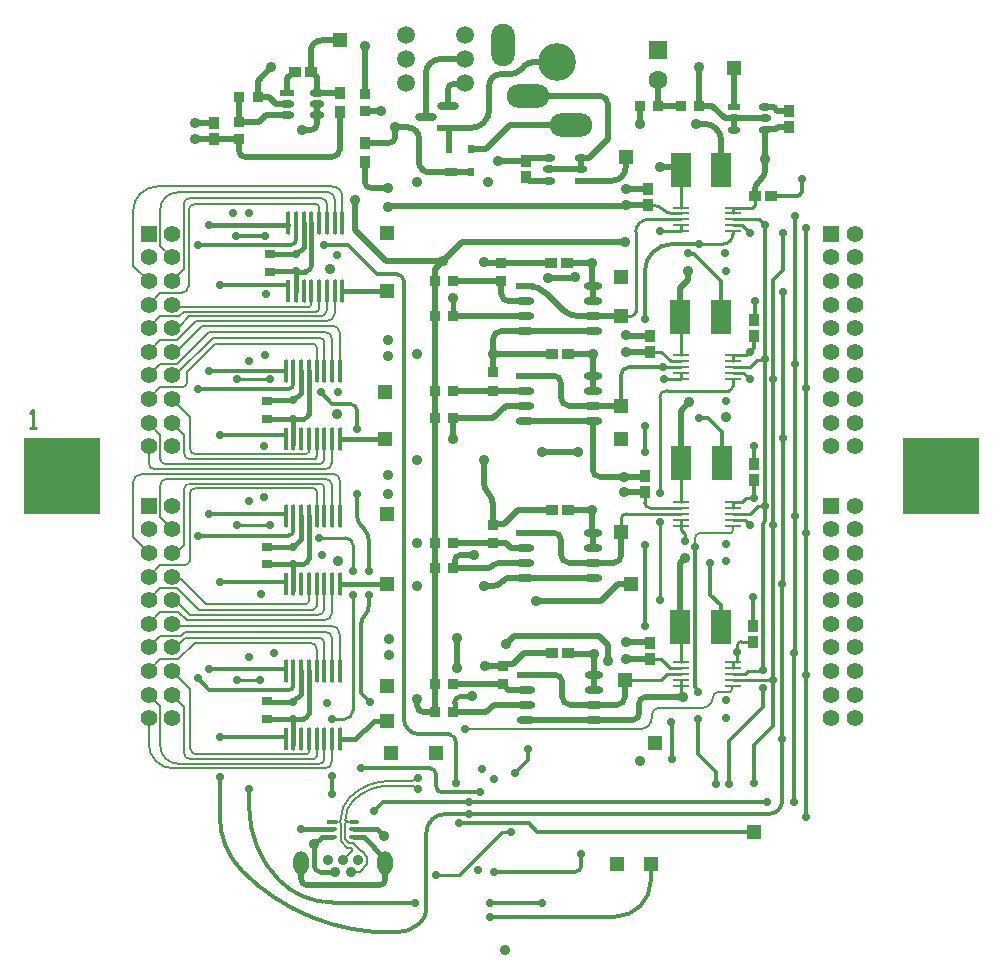
<source format=gtl>
%TF.GenerationSoftware,Altium Limited,Altium Designer,23.3.1 (30)*%
G04 Layer_Physical_Order=1*
G04 Layer_Color=255*
%FSLAX25Y25*%
%MOIN*%
%TF.SameCoordinates,891D3A3A-43D5-49D6-AFC7-0964E08A728C*%
%TF.FilePolarity,Positive*%
%TF.FileFunction,Copper,L1,Top,Signal*%
%TF.Part,Single*%
G01*
G75*
%TA.AperFunction,Conductor*%
%ADD10C,0.01181*%
%ADD11C,0.01968*%
%ADD12C,0.01575*%
%ADD13C,0.00984*%
%ADD14C,0.00787*%
%TA.AperFunction,SMDPad,CuDef*%
%ADD15R,0.02362X0.02756*%
%ADD16R,0.03937X0.02756*%
%ADD17R,0.03381X0.03591*%
%ADD18R,0.03788X0.03681*%
%ADD19O,0.03300X0.01600*%
%ADD20R,0.03300X0.01600*%
%ADD21R,0.05512X0.00984*%
%ADD22O,0.05512X0.00984*%
%ADD23O,0.04724X0.02362*%
%ADD24R,0.04724X0.02362*%
G04:AMPARAMS|DCode=25|XSize=73.79mil|YSize=24.1mil|CornerRadius=12.05mil|HoleSize=0mil|Usage=FLASHONLY|Rotation=180.000|XOffset=0mil|YOffset=0mil|HoleType=Round|Shape=RoundedRectangle|*
%AMROUNDEDRECTD25*
21,1,0.07379,0.00000,0,0,180.0*
21,1,0.04969,0.02410,0,0,180.0*
1,1,0.02410,-0.02485,0.00000*
1,1,0.02410,0.02485,0.00000*
1,1,0.02410,0.02485,0.00000*
1,1,0.02410,-0.02485,0.00000*
%
%ADD25ROUNDEDRECTD25*%
%ADD26R,0.07379X0.02410*%
%ADD27R,0.03500X0.04000*%
%ADD28R,0.03543X0.03150*%
%ADD29R,0.07087X0.11811*%
%ADD30R,0.03591X0.03970*%
%ADD31R,0.03591X0.04166*%
%ADD32R,0.03591X0.03775*%
%ADD33R,0.04166X0.03591*%
%ADD34R,0.01657X0.07699*%
G04:AMPARAMS|DCode=35|XSize=76.99mil|YSize=16.57mil|CornerRadius=8.28mil|HoleSize=0mil|Usage=FLASHONLY|Rotation=90.000|XOffset=0mil|YOffset=0mil|HoleType=Round|Shape=RoundedRectangle|*
%AMROUNDEDRECTD35*
21,1,0.07699,0.00000,0,0,90.0*
21,1,0.06042,0.01657,0,0,90.0*
1,1,0.01657,0.00000,0.03021*
1,1,0.01657,0.00000,-0.03021*
1,1,0.01657,0.00000,-0.03021*
1,1,0.01657,0.00000,0.03021*
%
%ADD35ROUNDEDRECTD35*%
%ADD36R,0.04134X0.02362*%
%ADD37O,0.04134X0.02362*%
%ADD38R,0.03591X0.03381*%
%ADD39O,0.06102X0.02362*%
%ADD40R,0.06102X0.02362*%
%TA.AperFunction,NonConductor*%
%ADD41C,0.01000*%
%TA.AperFunction,ComponentPad*%
%ADD42C,0.03543*%
%ADD43O,0.05118X0.07874*%
%ADD44C,0.05906*%
%ADD45R,0.05118X0.05118*%
%ADD46R,0.06299X0.06299*%
%ADD47C,0.06299*%
%ADD48R,0.25591X0.25591*%
%ADD49C,0.05512*%
%ADD50R,0.05512X0.05512*%
%ADD51C,0.12598*%
%ADD52O,0.14173X0.07874*%
%ADD53O,0.07874X0.14173*%
%ADD54R,0.05118X0.05118*%
%TA.AperFunction,ViaPad*%
%ADD55C,0.02756*%
%ADD56C,0.03543*%
D10*
X37609Y-146949D02*
G03*
X49723Y-134835I0J12113D01*
G01*
X56790Y77264D02*
G03*
X47736Y68210I0J-9054D01*
G01*
X-70177Y77067D02*
G03*
X-68504Y78740I0J1673D01*
G01*
X-70965Y29035D02*
G03*
X-69390Y30610I0J1575D01*
G01*
X-71161Y-19882D02*
G03*
X-69390Y-18110I0J1772D01*
G01*
X-70866Y-71358D02*
G03*
X-69390Y-69882I0J1476D01*
G01*
X-21852Y-99606D02*
G03*
X-24018Y-97441I-2165J0D01*
G01*
X-45768Y-46752D02*
G03*
X-44291Y-43188I-3564J3564D01*
G01*
Y-21570D02*
G03*
X-45972Y-17512I-5739J0D01*
G01*
X-45768Y-46752D02*
G03*
X-46752Y-49128I2376J-2376D01*
G01*
X-21852Y-103543D02*
G03*
X-19884Y-105512I1969J0D01*
G01*
X-48228Y21752D02*
G03*
X-50590Y24114I-2362J0D01*
G01*
X-48228Y-13168D02*
G03*
X-46752Y-16732I5041J0D01*
G01*
X42421Y36220D02*
G03*
X39764Y33563I0J-2657D01*
G01*
X-84153Y-110689D02*
G03*
X-74197Y-134785I34621J200D01*
G01*
X-74197Y-134785D02*
G03*
X-56179Y-142224I17985J18020D01*
G01*
X-15256Y-88583D02*
G03*
X-17717Y-86122I-2461J0D01*
G01*
X-32579Y64862D02*
G03*
X-34843Y67126I-2264J0D01*
G01*
X-32579Y-81004D02*
G03*
X-27461Y-86122I5118J0D01*
G01*
X24596Y-131890D02*
G03*
X26575Y-129911I0J1979D01*
G01*
X89075Y-112697D02*
G03*
X93510Y-108262I0J4435D01*
G01*
X-18799Y-112697D02*
G03*
X-25098Y-118996I0J-6299D01*
G01*
X98524Y93307D02*
G03*
X100000Y94784I0J1476D01*
G01*
X-27268Y-149126D02*
G03*
X-25098Y-144222I-4443J4898D01*
G01*
X-35565Y-152202D02*
G03*
X-35606Y-152202I-21J-1181D01*
G01*
X-35565Y-152202D02*
G03*
X-27271Y-149129I248J12059D01*
G01*
X-86468Y-131777D02*
G03*
X-35611Y-152202I49371J49402D01*
G01*
X-93996Y-113334D02*
G03*
X-86468Y-131777I26394J16D01*
G01*
X49723Y-134835D02*
Y-129331D01*
X49723Y-134835D02*
X49723D01*
X-59055Y76968D02*
X-51378D01*
X-41535Y67126D01*
X56790Y77264D02*
X65945D01*
X-93996Y63484D02*
X-71301D01*
X-71063Y63247D01*
X47736Y-50197D02*
Y-23130D01*
X-14272Y-115847D02*
X8957D01*
X11909Y-118799D01*
X-3937Y-142224D02*
X13287D01*
X-39469Y-108760D02*
X-10830D01*
X-42520Y-111811D02*
X-39469Y-108760D01*
X8747Y-91056D02*
X8760Y-91043D01*
X8747Y-94599D02*
Y-91056D01*
X4429Y-98917D02*
X8747Y-94599D01*
X56693Y-94488D02*
Y-82284D01*
X101378Y29134D02*
Y82677D01*
X-101378Y77067D02*
X-70177D01*
X-101378Y-19882D02*
X-71161D01*
X-101378Y29035D02*
X-70965D01*
X-97441Y-71358D02*
X-70866D01*
X68701Y19193D02*
X73327Y14567D01*
Y4232D02*
Y14567D01*
X65945Y19193D02*
X68701D01*
X-46752Y-97441D02*
X-24018D01*
X-46752Y-72342D02*
Y-49128D01*
Y-72342D02*
X-43799Y-75295D01*
X-44291Y-31791D02*
Y-21570D01*
X-19884Y-105512D02*
X-7382D01*
X-21852Y-103543D02*
Y-99606D01*
X-56398Y24114D02*
X-50590D01*
X-48228Y15748D02*
Y21752D01*
X-46752Y-16732D02*
X-45972Y-17512D01*
X-48228Y-13168D02*
Y-5906D01*
X-3839Y-146949D02*
X37609D01*
X47736Y52165D02*
Y68210D01*
Y7874D02*
Y16732D01*
X42421Y36220D02*
X53937D01*
X39764Y23424D02*
Y33563D01*
X64468Y-70538D02*
X65453Y-71523D01*
X64468Y-70538D02*
Y-23622D01*
X65453Y-71949D02*
Y-71523D01*
Y-92716D02*
Y-81201D01*
Y-92716D02*
X71358Y-98622D01*
X62119Y74102D02*
X63989D01*
X73130Y64961D01*
Y52854D02*
Y64961D01*
X-74197Y-134785D02*
X-74197Y-134785D01*
X101378Y-113681D02*
Y-66437D01*
Y-19193D01*
Y29134D01*
X-56595Y-106004D02*
Y-99902D01*
X-27461Y-86122D02*
X-17717D01*
X-15256Y-102362D02*
Y-88583D01*
X-32579Y-81004D02*
Y64862D01*
X-41535Y67126D02*
X-34843D01*
X-10824Y-108760D02*
X88580D01*
X-18799Y-112697D02*
X-10830D01*
X-10824D02*
X89075D01*
X-2657Y-131890D02*
X24596D01*
X26575Y-129911D02*
Y-125984D01*
X11909Y-118799D02*
X83957D01*
X93510Y-108262D02*
Y-87615D01*
X-84153Y-110689D02*
Y-104331D01*
X-44291Y-43188D02*
Y-39862D01*
X-69390Y-18110D02*
Y-13483D01*
X89673Y93307D02*
X98524D01*
X100000Y94784D02*
Y98917D01*
X82776Y41146D02*
X84243Y42613D01*
Y46735D01*
X-93996Y-113334D02*
Y-100394D01*
X-25098Y-144222D02*
Y-118996D01*
X-27271Y-149129D02*
X-27268Y-149126D01*
X-35611Y-152202D02*
X-35606Y-152202D01*
X-56179Y-142224D02*
X-29035D01*
X93608Y-36124D02*
X93654Y-36077D01*
X93562Y-36170D02*
X93608Y-36124D01*
X93562Y-87564D02*
Y-36170D01*
X97638Y-13484D02*
Y37402D01*
Y-58858D02*
Y-13484D01*
X97539Y-108760D02*
Y-58957D01*
X97638Y-58858D01*
X71358Y-102854D02*
Y-98622D01*
X75787Y-102854D02*
Y-88386D01*
X-93996Y-87106D02*
X-72186D01*
X-93996Y-35433D02*
X-72186D01*
Y13780D02*
X-71949Y13542D01*
X-93996Y13780D02*
X-72186D01*
X-101378Y-67421D02*
X-97441Y-71358D01*
X-72168Y-64468D02*
X-71949Y-64688D01*
Y-65057D02*
Y-64688D01*
X-97441Y-64468D02*
X-72168D01*
X-71949Y-13483D02*
Y-13015D01*
X-72168Y-12795D02*
X-71949Y-13015D01*
X-97441Y-12795D02*
X-72168D01*
X-97439Y34942D02*
X-71949D01*
X-68504Y78740D02*
Y84150D01*
X-88386Y80020D02*
X-78839D01*
X93898Y68504D02*
Y80807D01*
X84252Y-7382D02*
Y-1386D01*
X84153Y-102362D02*
Y-89714D01*
X-60236Y27953D02*
X-56398Y24114D01*
X75787Y-88386D02*
X87106Y-77067D01*
Y-70866D01*
X69587Y-39665D02*
X73130Y-43209D01*
X69587Y-39665D02*
Y-28937D01*
X84153Y-89714D02*
X90551Y-83316D01*
Y-68012D01*
Y-16339D01*
X87106Y-64665D02*
Y-15886D01*
X87795Y-15197D01*
Y-9909D02*
Y38976D01*
Y-15197D02*
Y-9909D01*
X97638Y37402D02*
Y86614D01*
X87746Y39026D02*
Y83612D01*
X90551Y65158D02*
X93898Y68504D01*
X84243Y46735D02*
X84252Y46744D01*
X90551Y32283D02*
Y65158D01*
Y-16339D02*
Y32283D01*
X93654Y12552D02*
X93701Y12598D01*
X93654Y-36077D02*
Y12552D01*
X93701Y12598D02*
Y61417D01*
X73130Y-50492D02*
Y-43209D01*
X84252Y3945D02*
Y9843D01*
X84350Y52173D02*
Y58366D01*
X84252Y52075D02*
X84350Y52173D01*
X83760Y-49894D02*
Y-40354D01*
X-69390Y30610D02*
Y34942D01*
Y-69882D02*
Y-65057D01*
D11*
X-60039Y145177D02*
G03*
X-63673Y141543I0J-3634D01*
G01*
X-10375Y115945D02*
G03*
X-4134Y122186I0J6241D01*
G01*
X73228Y111558D02*
G03*
X67365Y117421I-5863J0D01*
G01*
X-198Y48228D02*
G03*
X-2953Y45472I0J-2755D01*
G01*
X47433Y-394D02*
G03*
X47638Y-189I0J205D01*
G01*
X47736Y-73819D02*
G03*
X45866Y-75689I0J-1870D01*
G01*
X43839Y-81260D02*
G03*
X45866Y-79232I0J2028D01*
G01*
X30283Y2198D02*
G03*
X32874Y-394I2592J0D01*
G01*
X3011Y-33898D02*
G03*
X492Y-34941I0J-3562D01*
G01*
X-3051Y-36713D02*
G03*
X-27Y-35460I0J4277D01*
G01*
X-45669Y98138D02*
G03*
X-43406Y95874I2264J0D01*
G01*
X-3044Y-9151D02*
G03*
X-4429Y-5807I-4729J0D01*
G01*
X-6004Y-2005D02*
G03*
X-4429Y-5807I5377J0D01*
G01*
X-27559Y112516D02*
G03*
X-31185Y116142I-3626J0D01*
G01*
X-27559Y104626D02*
G03*
X-24114Y101181I3445J0D01*
G01*
X37539Y-28898D02*
G03*
X39764Y-26673I0J2224D01*
G01*
X19783Y-21358D02*
G03*
X17323Y-18898I-2461J0D01*
G01*
X19783Y-26358D02*
G03*
X22323Y-28898I2539J0D01*
G01*
X-37402Y111024D02*
G03*
X-35433Y112992I0J1969D01*
G01*
X36909Y98425D02*
G03*
X41339Y102854I0J4429D01*
G01*
X-27349Y-78270D02*
G03*
X-26102Y-78720I1246J1498D01*
G01*
X-28051Y-76772D02*
G03*
X-27601Y-78018I1949J0D01*
G01*
X86516Y98917D02*
G03*
X87795Y102006I-3089J3089D01*
G01*
X85033Y97435D02*
G03*
X84343Y95768I1667J-1667D01*
G01*
X14665Y60925D02*
G03*
X9107Y63228I-5559J-5559D01*
G01*
X19980Y55610D02*
G03*
X25732Y53228I5752J5752D01*
G01*
X19783Y25964D02*
G03*
X22323Y23424I2539J0D01*
G01*
X19783Y30964D02*
G03*
X17323Y33424I-2461J0D01*
G01*
X-98Y60630D02*
G03*
X2304Y58228I2402J0D01*
G01*
X10236Y137795D02*
G03*
X7884Y136821I0J-3327D01*
G01*
X2461Y133858D02*
G03*
X6661Y135598I0J5940D01*
G01*
X-394Y133858D02*
G03*
X-4134Y130118I0J-3740D01*
G01*
X-16094Y130658D02*
G03*
X-17972Y128780I0J-1878D01*
G01*
X-20276Y138976D02*
G03*
X-25335Y133917I0J-5060D01*
G01*
X38504Y-76260D02*
G03*
X41043Y-73721I0J2539D01*
G01*
X20177Y-68721D02*
G03*
X17717Y-66260I-2461J0D01*
G01*
X20177Y-73721D02*
G03*
X22717Y-76260I2539J0D01*
G01*
X-13981Y-26476D02*
G03*
X-15555Y-28051I0J-1575D01*
G01*
X-661Y-28898D02*
G03*
X-2657Y-29724I0J-2823D01*
G01*
X-5271Y-30807D02*
G03*
X-2657Y-29724I0J3697D01*
G01*
X-56496Y106299D02*
G03*
X-54035Y108760I0J2461D01*
G01*
X-87500Y108169D02*
G03*
X-85630Y106299I1870J0D01*
G01*
X-63386Y115354D02*
G03*
X-61614Y117126I0J1772D01*
G01*
X35433Y123917D02*
G03*
X32579Y126772I-2854J0D01*
G01*
X-40846Y-136516D02*
G03*
X-38780Y-134449I0J2067D01*
G01*
X-66929Y-134350D02*
G03*
X-64764Y-136516I2165J0D01*
G01*
X-63673Y134646D02*
Y141543D01*
X-60039Y145177D02*
X-54035D01*
X2657Y116929D02*
X23228D01*
X-5217Y109055D02*
X2657Y116929D01*
X-10236Y109055D02*
X-5217D01*
X-17937Y115945D02*
X-10375D01*
X-4134Y122186D02*
Y130118D01*
X52658Y102953D02*
X57382D01*
X57972Y103543D01*
X-49016Y82087D02*
X-38583Y71653D01*
X-49016Y82087D02*
Y91929D01*
X64862Y117421D02*
X67365D01*
X73228Y101870D02*
Y111558D01*
X-198Y48228D02*
X7842D01*
X30283Y2198D02*
Y18424D01*
X-2953Y40650D02*
Y45472D01*
X40650Y-394D02*
X47433D01*
X47736Y-73819D02*
X59744D01*
X45866Y-79232D02*
Y-75689D01*
X30676Y-81260D02*
X43839D01*
X32874Y-394D02*
X40650D01*
X-3044Y-16188D02*
Y-9151D01*
X3011Y-33898D02*
X7842D01*
X-27Y-35460D02*
X492Y-34941D01*
X-43406Y95874D02*
X-37984D01*
X-45669Y98138D02*
Y104524D01*
X-6004Y-2005D02*
Y5413D01*
X-5906Y-36713D02*
X-3051D01*
X-13287Y77854D02*
X41142D01*
X-19685Y71457D02*
X-13287Y77854D01*
X-45669Y127270D02*
Y143209D01*
X59744Y21752D02*
X62598Y24606D01*
X59744Y4232D02*
Y21752D01*
X4139Y-53440D02*
X32377D01*
X1476Y-56102D02*
X4139Y-53440D01*
X-16233Y-78701D02*
X-5177D01*
X-2696Y-76220D01*
X8195D01*
X-35433Y116142D02*
X-31185D01*
X-27559Y104626D02*
Y112516D01*
X-24114Y101181D02*
X-16929D01*
X-10236D01*
X19783Y-26358D02*
Y-21358D01*
X7842Y-18898D02*
X17323D01*
X30283Y-28898D02*
X37539D01*
X22323D02*
X30283D01*
X59350Y-29204D02*
X61024Y-27531D01*
X59350Y-50295D02*
Y-29204D01*
X655Y-62875D02*
X3759D01*
X7441Y-59193D02*
X16791D01*
X3759Y-62875D02*
X7441Y-59193D01*
X41433Y95575D02*
X48626D01*
X-45669Y111024D02*
X-37402D01*
X-35433Y112992D02*
Y116142D01*
X36902Y98433D02*
X36909Y98425D01*
X41339Y102854D02*
Y106398D01*
X26378Y98433D02*
X36902D01*
X40650Y-5512D02*
X47630D01*
X59350Y-50295D02*
X59547Y-50492D01*
Y62697D02*
X62008Y65158D01*
Y68405D01*
X-27601Y-78018D02*
X-27349Y-78270D01*
X-28051Y-76772D02*
Y-74311D01*
X-26102Y-78720D02*
X-22369D01*
X11319Y-41831D02*
X32972D01*
X38730Y-36074D01*
X-38583Y71653D02*
X-19882D01*
X85033Y97435D02*
X86516Y98917D01*
X84343Y93307D02*
Y95768D01*
X14665Y60925D02*
X19980Y55610D01*
X25732Y53228D02*
X30283D01*
X15404Y66092D02*
X24557D01*
X22323Y23424D02*
X30283D01*
X7842Y33424D02*
X17323D01*
X19783Y25964D02*
Y30964D01*
X38730Y-36074D02*
X43207D01*
X2304Y58228D02*
X7842D01*
X-98Y60630D02*
Y64967D01*
X29020Y105989D02*
X35433Y112402D01*
Y123917D01*
X26453Y105989D02*
X29020D01*
X10236Y137795D02*
X18504D01*
X-394Y133858D02*
X2461D01*
X6661Y135598D02*
X7884Y136821D01*
X-17972Y123425D02*
Y128780D01*
X-16094Y130658D02*
X-12649D01*
X-25335Y119685D02*
Y133917D01*
X-20276Y138976D02*
X-12205D01*
X70276Y123425D02*
X74508Y119193D01*
X77461D01*
X65762Y123425D02*
X70276D01*
X30676Y-76260D02*
X38504D01*
X41043Y-73721D02*
Y-68012D01*
X20177Y-73721D02*
Y-68721D01*
X8235Y-66260D02*
X17717D01*
X22717Y-76260D02*
X30676D01*
X39764Y-26673D02*
Y-18602D01*
X-15555Y-30129D02*
Y-28051D01*
X-13981Y-26476D02*
X-9252D01*
X-661Y-28898D02*
X7842D01*
X-16233Y-30807D02*
X-5271D01*
X1529Y-22395D02*
X3032Y-23898D01*
X-2953Y-22395D02*
X1529D01*
X3032Y-23898D02*
X7842D01*
X59744Y-73819D02*
X60532D01*
X-85630Y106299D02*
X-56496D01*
X-54035Y108760D02*
Y121160D01*
X-87500Y108169D02*
Y112175D01*
X-66535Y115354D02*
X-63386D01*
X8661Y126772D02*
X32579D01*
X-5709Y-63386D02*
X144D01*
X-58268Y-136516D02*
X-40846D01*
X-38780Y-134449D02*
Y-129016D01*
X-66929Y-134350D02*
Y-129016D01*
X-64764Y-136516D02*
X-58268D01*
X-58268Y-136516D01*
X30283Y23424D02*
X39764D01*
X35335Y-61614D02*
Y-56398D01*
Y-61614D02*
X35433Y-61713D01*
X32377Y-53440D02*
X35335Y-56398D01*
X22148Y-59220D02*
X30676D01*
X30709Y-66227D02*
Y-59252D01*
X-22354Y-69346D02*
Y-30811D01*
X-22358Y-69350D02*
X-22354Y-69346D01*
Y-30811D02*
X-22349Y-30807D01*
X-16233D02*
X-15555Y-30129D01*
X13386Y7874D02*
X25295D01*
X-16233Y19193D02*
X-16188Y19147D01*
Y12349D02*
Y19147D01*
Y12349D02*
X-16142Y12303D01*
X-37598Y89961D02*
X41142D01*
X21769Y71073D02*
X30207D01*
X21760Y71082D02*
X21769Y71073D01*
X-22349Y68792D02*
X-19685Y71457D01*
X-22349Y53228D02*
Y68792D01*
X-14862Y-63878D02*
Y-54035D01*
X642Y-16188D02*
X5610Y-11220D01*
X16823D01*
X30217Y-18832D02*
Y-11220D01*
X22153D02*
X30217D01*
X30283Y-23898D02*
Y-18898D01*
X-45669Y104524D02*
Y104657D01*
X-2861Y-16188D02*
X642D01*
X41342Y90153D02*
X48717D01*
X7842Y-33898D02*
X30283D01*
Y23424D02*
X30283Y23424D01*
X-61614Y117126D02*
Y120276D01*
Y124016D01*
X-95768Y112175D02*
X-87500D01*
X59547Y52854D02*
Y62697D01*
X46010Y117375D02*
Y123373D01*
X87795Y102006D02*
Y105512D01*
X87845Y105561D02*
Y115404D01*
X-1272Y104831D02*
X8194D01*
X9013Y105913D02*
X15945D01*
X-102348Y112190D02*
X-95782D01*
X-95768Y112175D01*
X49319Y-55512D02*
X49606Y-55799D01*
X41339Y-55512D02*
X49319D01*
X41339Y-61024D02*
X49500D01*
X41433Y46756D02*
X49512D01*
X41342Y41335D02*
X49602D01*
X-45669Y121548D02*
X-45666Y121552D01*
X-40259D01*
X-22349Y28424D02*
Y53228D01*
Y28424D02*
X-22349Y28424D01*
X-22349Y-30807D02*
Y-22441D01*
X65755Y123432D02*
Y136312D01*
X-17937Y115945D02*
X-17717Y115724D01*
X-17972Y115945D02*
X-17937D01*
X-17717Y109055D02*
Y115724D01*
X-61566Y127708D02*
X-54084D01*
X-61614Y127756D02*
X-61566Y127708D01*
X-63386Y134646D02*
X-61614Y132874D01*
Y127756D02*
Y132874D01*
X-71457Y132480D02*
X-69291Y134646D01*
X-71457Y127756D02*
Y132480D01*
X-77461Y126378D02*
X-75098Y124016D01*
X-71457D01*
X-81384Y126378D02*
X-77461D01*
X-81384D02*
Y131706D01*
X-76772Y136319D01*
X-102355Y117709D02*
X-95775D01*
X-78543Y120276D02*
X-71457D01*
X-81011Y117808D02*
X-78543Y120276D01*
X-87500Y117808D02*
X-81011D01*
X77444Y122949D02*
Y136007D01*
X30283Y53228D02*
X39764D01*
X30283Y53228D02*
X30283Y53228D01*
X30250Y63261D02*
Y71030D01*
X30283Y28424D02*
Y33424D01*
X30299Y33441D01*
Y40633D01*
X22252Y40650D02*
X30315D01*
X9013Y98433D02*
X15945D01*
X26378Y102173D02*
Y105913D01*
X15945Y102173D02*
X26378D01*
X92094Y116339D02*
X95858D01*
X95866Y116331D01*
X87969Y115528D02*
X91283D01*
X92094Y116339D01*
X91897Y121653D02*
X95858D01*
X87969Y122858D02*
X90693D01*
X91897Y121653D01*
X77461Y119193D02*
X87894D01*
X77461Y115453D02*
Y119193D01*
X52074Y123425D02*
Y132087D01*
Y123425D02*
X59646D01*
X-87500Y117808D02*
Y126378D01*
X-95768Y112175D02*
X-95768Y112175D01*
X-16233Y19193D02*
X-2854D01*
X1377Y23424D01*
X7842D01*
X-16233Y53228D02*
X7842D01*
X-2953Y40650D02*
X16921D01*
X-2953Y34540D02*
Y40650D01*
X-98Y71082D02*
X16429D01*
X-5964Y71122D02*
X-138D01*
X-16233Y64967D02*
X-98D01*
X-22349Y-22441D02*
Y19193D01*
X-22349Y19193D01*
Y28424D01*
X-2953D02*
X7842D01*
X-16233D02*
X-2953D01*
X7832Y18415D02*
X7842Y18424D01*
X30676Y-71260D02*
Y-66260D01*
X1107Y-70107D02*
X2260Y-71260D01*
X8235D01*
X-16242Y-69350D02*
X295D01*
X-22354Y-78697D02*
Y-69355D01*
X8235Y-81260D02*
X30676D01*
X-16211Y-22418D02*
X-2976D01*
X7842Y18424D02*
X30283D01*
Y58228D02*
Y63228D01*
X7842Y48228D02*
X30283D01*
D12*
X-13681Y-73524D02*
G03*
X-15707Y-75550I0J-2026D01*
G01*
X-62500Y-129921D02*
G03*
X-60335Y-132087I2165J0D01*
G01*
X-66339Y-29528D02*
G03*
X-64272Y-27461I0J2067D01*
G01*
X-65453Y68105D02*
G03*
X-63386Y70172I0J2067D01*
G01*
X-66142Y18898D02*
G03*
X-64272Y20768I0J1870D01*
G01*
X-66339Y-81102D02*
G03*
X-64272Y-79036I0J2067D01*
G01*
X-13681Y-73524D02*
X-9843D01*
X-15707Y-78175D02*
Y-75550D01*
X-16233Y-78701D02*
X-15707Y-78175D01*
X-46046Y-120420D02*
X-38850Y-127616D01*
X-49200Y-120420D02*
X-46046D01*
X-66929Y-117815D02*
Y-117815D01*
X-56504D01*
X-62402Y-122835D02*
X-59982Y-120415D01*
X-62500Y-129921D02*
Y-122933D01*
X-59982Y-120415D02*
X-56504D01*
X-60335Y-132087D02*
X-55413D01*
X-48820Y-87698D02*
X-42717Y-81595D01*
X-54035Y-87698D02*
X-48820D01*
X-42717Y-81595D02*
X-38287D01*
X-69390Y-29528D02*
X-66339D01*
X-68504Y68105D02*
X-65453D01*
X-69390Y18898D02*
X-66142D01*
X-64272Y20768D02*
Y34942D01*
X-69390Y-81102D02*
X-66339D01*
X-71101Y83563D02*
Y83661D01*
X-97441D02*
X-71101D01*
X-54035Y12302D02*
X-38780D01*
X-49204Y-117815D02*
X-41535D01*
X-39370Y-119980D01*
X-69390Y-89470D02*
Y-87698D01*
X-78002Y-75246D02*
X-69439D01*
X-69390Y-75124D02*
X-66831Y-72565D01*
X-54035Y-36124D02*
X-38091D01*
X-78051Y-23622D02*
X-78018Y-23655D01*
X-69433D01*
X-77165Y74011D02*
X-76974Y73819D01*
X-68405D01*
X-77658Y25197D02*
X-69390D01*
X-66831Y27756D01*
Y34942D01*
Y-72565D02*
Y-65057D01*
X-77101Y68169D02*
X-68696D01*
X-77165Y68105D02*
X-77101Y68169D01*
X-68405Y73819D02*
X-65945Y76279D01*
Y84150D01*
X-64272Y-27461D02*
Y-13483D01*
X-69390Y-37895D02*
Y-36124D01*
X-78051Y-29528D02*
X-69390D01*
X-66831Y-21063D02*
Y-13483D01*
X-69390Y-23622D02*
X-66831Y-21063D01*
X-16237Y53231D02*
Y59249D01*
X-16240Y59252D02*
X-16237Y59249D01*
Y53231D02*
X-16233Y53228D01*
X-38091Y61509D02*
X-38091Y61509D01*
X-53150Y61509D02*
X-38091D01*
X-64272Y-79036D02*
Y-65057D01*
X-63386Y70172D02*
Y84150D01*
X-68504Y61509D02*
Y68105D01*
X-68504Y61509D02*
X-68504Y61509D01*
X-78051Y18898D02*
X-69390D01*
Y12302D02*
Y18898D01*
X-69390Y12302D02*
X-69390Y12302D01*
X-69390Y10530D02*
Y12302D01*
X-69390Y-36124D02*
Y-29528D01*
X-69390Y-36124D02*
X-69390Y-36124D01*
X-69390Y-87698D02*
X-69390Y-87698D01*
Y-81102D01*
X-78051D02*
X-69390D01*
D13*
X73794Y77264D02*
G03*
X77067Y80536I0J3272D01*
G01*
X41512Y-12622D02*
G03*
X39862Y-14272I0J-1650D01*
G01*
X47638Y-8957D02*
G03*
X49335Y-10654I1697J0D01*
G01*
X54134Y88583D02*
G03*
X50351Y90150I-3783J-3783D01*
G01*
X54134Y88583D02*
G03*
X56833Y87465I2699J2699D01*
G01*
X43139Y53228D02*
G03*
X44685Y54773I0J1546D01*
G01*
X48882Y85496D02*
G03*
X44685Y81299I0J-4197D01*
G01*
X55020Y28445D02*
G03*
X52658Y26083I0J-2362D01*
G01*
X75689Y28445D02*
G03*
X77067Y29823I0J1378D01*
G01*
X-49508Y-23130D02*
G03*
X-51968Y-20669I-2461J0D01*
G01*
X-52658Y-81201D02*
G03*
X-49508Y-78051I0J3150D01*
G01*
X79815Y-55224D02*
G03*
X78556Y-56484I0J-1259D01*
G01*
X59744Y-73819D02*
Y-69980D01*
Y-16559D02*
Y-14591D01*
Y-18209D02*
Y-16559D01*
X65945Y77264D02*
X73794D01*
X52658Y-41437D02*
Y-15280D01*
X61024Y-21654D02*
Y-19488D01*
X59744Y-18209D02*
X61024Y-19488D01*
X41512Y-12622D02*
X59744D01*
X39862Y-18504D02*
Y-14272D01*
X197Y-118701D02*
X3051D01*
X-14272Y-133169D02*
X197Y-118701D01*
X77067Y-64075D02*
Y-62106D01*
X47638Y-8957D02*
Y-5520D01*
X49335Y-10654D02*
X59744D01*
X48720Y90150D02*
X50351D01*
X56833Y87465D02*
X59744D01*
X44685Y54773D02*
Y81299D01*
X52658Y-5709D02*
Y26083D01*
X55020Y28445D02*
X75689D01*
X77067Y80536D02*
Y81559D01*
X-49508Y-31693D02*
Y-23130D01*
X-61024Y-20669D02*
X-51968D01*
X-56595Y-81201D02*
X-52658D01*
X-21850Y-133169D02*
X-14272D01*
X39764Y53228D02*
X43139D01*
X48882Y85496D02*
X59744D01*
X-49508Y-78051D02*
Y-39665D01*
X41043Y-68012D02*
X53051D01*
X41043D02*
X41043D01*
X82721Y36264D02*
X85094Y38637D01*
X77067Y36264D02*
X82721D01*
X85094Y38637D02*
X87456D01*
X77067Y29823D02*
Y32327D01*
X81363Y40201D02*
X82296Y41134D01*
X77067Y40201D02*
X81363D01*
X78556Y-58551D02*
Y-56484D01*
X78543Y-62106D02*
Y-58563D01*
X79815Y-55224D02*
X83760D01*
X-88284Y-68015D02*
X-80424D01*
X85563Y-9909D02*
X87795D01*
X82850Y-12622D02*
X85563Y-9909D01*
X77067Y-12622D02*
X82850D01*
X81496Y-7382D02*
X84252D01*
X53051Y-68012D02*
X55020Y-66043D01*
X49606Y-61130D02*
X53158D01*
X56102Y-64075D02*
X59744D01*
X53158Y-61130D02*
X56102Y-64075D01*
X55020Y-66043D02*
X59744D01*
X53992Y32327D02*
X59744D01*
X77067Y-68012D02*
X90551D01*
X86767Y-65004D02*
X87106Y-64665D01*
X82141Y-65004D02*
X86767D01*
X81102Y-66043D02*
X82141Y-65004D01*
X78543Y-58563D02*
X78556Y-58551D01*
X77067Y-66043D02*
X81102D01*
X81126Y-14591D02*
X82874Y-16339D01*
X77067Y-14591D02*
X81126D01*
X85862Y85496D02*
X87697Y83661D01*
X77067Y85496D02*
X85862D01*
X77067Y83528D02*
X80252D01*
X82874Y80905D01*
X80568Y34295D02*
X82677Y32186D01*
X77067Y34295D02*
X80568D01*
X-88287Y32186D02*
X-77363D01*
X-88287Y-16437D02*
X-77264D01*
X59744Y32327D02*
Y34295D01*
X77067Y38232D02*
Y40201D01*
X53980Y36264D02*
X59744D01*
X56354Y38232D02*
X59744D01*
X53256Y41331D02*
X56354Y38232D01*
X49606Y41331D02*
X53256D01*
X52819Y81559D02*
X59744D01*
X59744Y4232D02*
X59744Y4232D01*
Y-8685D02*
Y4232D01*
Y89433D02*
Y99409D01*
X59646Y50984D02*
X59744Y50886D01*
Y40201D02*
Y50886D01*
Y81559D02*
Y83528D01*
X77067Y89433D02*
X83528D01*
X84343Y90248D01*
Y93307D01*
X77067Y-10654D02*
Y-8685D01*
X80193D02*
X81496Y-7382D01*
X77067Y-8685D02*
X80193D01*
X59744Y-62106D02*
Y-50689D01*
Y-69980D02*
Y-68012D01*
X77067Y87465D02*
Y89433D01*
D14*
X75689Y-72146D02*
G03*
X76642Y-71192I0J953D01*
G01*
X-37315Y-103248D02*
G03*
X-49532Y-108296I0J-17310D01*
G01*
X-37325Y-101673D02*
G03*
X-50651Y-107187I11J-18885D01*
G01*
X-49532Y-108296D02*
G03*
X-52067Y-114349I6054J-6092D01*
G01*
X-50651Y-107187D02*
G03*
X-53642Y-114428I7173J-7201D01*
G01*
X-52067Y-114723D02*
G03*
X-51837Y-114984I2177J1684D01*
G01*
X-28709Y-103740D02*
G03*
X-29897Y-103248I-1188J-1188D01*
G01*
X-51837Y-114984D02*
G03*
X-51279Y-115215I557J556D01*
G01*
X-29897Y-101673D02*
G03*
X-28709Y-101181I0J1680D01*
G01*
X-28543Y-103906D02*
G03*
X-27756Y-104232I787J787D01*
G01*
Y-100689D02*
G03*
X-28543Y-101015I0J-1114D01*
G01*
X-53872Y-114984D02*
G03*
X-53642Y-114428I-557J557D01*
G01*
X66043Y-19094D02*
G03*
X64468Y-20669I0J-1575D01*
G01*
X76181Y-19094D02*
G03*
X77067Y-18209I0J886D01*
G01*
X-114764Y96457D02*
G03*
X-122835Y88386I0J-8071D01*
G01*
X-106588Y29533D02*
G03*
X-104823Y31299I0J1766D01*
G01*
X-105412Y-29625D02*
G03*
X-104035Y-28248I0J1376D01*
G01*
X-54035Y-52658D02*
G03*
X-56693Y-50000I-2657J0D01*
G01*
X-56595Y-54134D02*
G03*
X-58760Y-51968I-2165J0D01*
G01*
X-59153Y-55610D02*
G03*
X-60827Y-53937I-1673J0D01*
G01*
X-61713Y-57579D02*
G03*
X-63583Y-55709I-1870J0D01*
G01*
X-59055Y-48130D02*
G03*
X-56595Y-45669I0J2461D01*
G01*
X-61122Y-46358D02*
G03*
X-59153Y-44390I0J1969D01*
G01*
X-62992Y-44587D02*
G03*
X-61713Y-43307I0J1280D01*
G01*
X-65059Y-42618D02*
G03*
X-64272Y-41831I0J787D01*
G01*
X-58957Y-97539D02*
G03*
X-56595Y-95177I0J2362D01*
G01*
X-60728Y-95965D02*
G03*
X-59153Y-94390I0J1575D01*
G01*
X-62795Y-94390D02*
G03*
X-61713Y-93307I0J1083D01*
G01*
X-64961Y-92815D02*
G03*
X-64272Y-92126I0J689D01*
G01*
X-105807Y7480D02*
G03*
X-103839Y5512I1969J0D01*
G01*
Y8858D02*
G03*
X-102252Y7271I1587J0D01*
G01*
X-113779Y5610D02*
G03*
X-112106Y3937I1673J0D01*
G01*
X-117717Y4331D02*
G03*
X-115551Y2165I2165J0D01*
G01*
X-119980Y591D02*
G03*
X-123031Y-2461I0J-3051D01*
G01*
X-111614Y-984D02*
G03*
X-113779Y-3150I0J-2165D01*
G01*
X-102165Y-4134D02*
G03*
X-104035Y-6004I0J-1870D01*
G01*
Y-2559D02*
G03*
X-105807Y-4331I0J-1772D01*
G01*
X-54035Y-1378D02*
G03*
X-56004Y591I-1969J0D01*
G01*
X-56595Y-3051D02*
G03*
X-58661Y-984I-2067J0D01*
G01*
X-59055Y-4134D02*
G03*
X-60630Y-2559I-1575J0D01*
G01*
X-61713Y-5217D02*
G03*
X-62795Y-4134I-1083J0D01*
G01*
X-58858Y2165D02*
G03*
X-56595Y4429I0J2264D01*
G01*
X-60728Y3937D02*
G03*
X-59153Y5512I0J1575D01*
G01*
X-62697D02*
G03*
X-61713Y6496I0J984D01*
G01*
X-65217Y7271D02*
G03*
X-64373Y8115I0J844D01*
G01*
X-64075Y56299D02*
G03*
X-63386Y56988I0J689D01*
G01*
X-62008Y54724D02*
G03*
X-60827Y55905I0J1181D01*
G01*
X-60335Y53150D02*
G03*
X-58268Y55216I0J2067D01*
G01*
Y51575D02*
G03*
X-55709Y54134I0J2559D01*
G01*
X-54035Y47835D02*
G03*
X-56201Y50000I-2165J0D01*
G01*
X-56595Y45768D02*
G03*
X-58760Y47933I-2165J0D01*
G01*
X-59153Y44587D02*
G03*
X-60532Y45965I-1378J0D01*
G01*
X-61713Y42913D02*
G03*
X-62894Y44094I-1181J0D01*
G01*
X-106687Y61030D02*
G03*
X-104331Y63386I0J2356D01*
G01*
X-108169Y94488D02*
G03*
X-113779Y88878I0J-5610D01*
G01*
X-102362Y90551D02*
G03*
X-104331Y88583I0J-1969D01*
G01*
X-104134Y92520D02*
G03*
X-105905Y90748I0J-1772D01*
G01*
X-53150Y93142D02*
G03*
X-56464Y96457I-3315J0D01*
G01*
X-55709Y92421D02*
G03*
X-57776Y94488I-2067J0D01*
G01*
X-58268Y90748D02*
G03*
X-60039Y92520I-1772J0D01*
G01*
X-60827Y89567D02*
G03*
X-61811Y90551I-984J0D01*
G01*
X46332Y-84350D02*
G03*
X50000Y-80682I0J3668D01*
G01*
X52362Y-77362D02*
G03*
X50000Y-79724I0J-2362D01*
G01*
X66831Y-77362D02*
G03*
X70374Y-73819I0J3543D01*
G01*
X72047Y-72146D02*
G03*
X70374Y-73819I0J-1673D01*
G01*
X-103839Y-90748D02*
G03*
X-101772Y-92815I2067J0D01*
G01*
X-105807Y-92520D02*
G03*
X-103937Y-94390I1870J0D01*
G01*
X-117717Y-89056D02*
G03*
X-109234Y-97539I8483J0D01*
G01*
X-113779Y-89961D02*
G03*
X-107776Y-95965I6004J0D01*
G01*
X-12303Y-84350D02*
X-12303Y-84350D01*
X46332D01*
X72047Y-72146D02*
X75689D01*
X76642Y-71192D02*
Y-70071D01*
X-37318Y-101673D02*
X-29897D01*
X-37315Y-103248D02*
X-29897D01*
X-37325Y-101673D02*
X-37318Y-101673D01*
X-52067Y-114723D02*
Y-114349D01*
X-28709Y-103740D02*
X-28543Y-103906D01*
X-51279Y-115215D02*
X-49204D01*
X-51837Y-114984D02*
X-51837Y-114984D01*
X-28709Y-101181D02*
X-28543Y-101015D01*
X-56504Y-115215D02*
X-54429D01*
X-44783Y-129373D02*
Y-126927D01*
X-52067Y-121204D02*
Y-115676D01*
X-51606Y-115215D01*
X-46797Y-125197D02*
X-46513D01*
X-44783Y-126927D01*
X-49598Y-122396D02*
X-46797Y-125197D01*
X-47343Y-131932D02*
X-44783Y-129373D01*
X-50140Y-131932D02*
X-47343D01*
X-50875Y-122396D02*
X-49598D01*
X-52067Y-121204D02*
X-50875Y-122396D01*
X-50295Y-132087D02*
X-50140Y-131932D01*
X-50250Y-123971D02*
X-49789Y-124432D01*
X-51527Y-123971D02*
X-50250D01*
X-49789Y-125084D02*
Y-124432D01*
X-52854Y-128150D02*
X-49789Y-125084D01*
X-53642Y-121856D02*
Y-115676D01*
X-54103Y-115215D02*
X-53642Y-115676D01*
Y-121856D02*
X-51527Y-123971D01*
X64468Y-23622D02*
Y-20669D01*
X66043Y-19094D02*
X76181D01*
X-122835Y70085D02*
Y88386D01*
Y70085D02*
X-117717Y64967D01*
X-113779Y29533D02*
X-106588D01*
X-113779Y-29625D02*
X-105412D01*
X-104035Y-28248D02*
Y-6004D01*
X-108200Y-50000D02*
X-56693D01*
X-54035Y-65057D02*
Y-52658D01*
X-56595Y-65057D02*
Y-54134D01*
X-105703Y-51968D02*
X-58760D01*
X-59153Y-65057D02*
Y-55610D01*
X-105444Y-53937D02*
X-60827D01*
X-102362Y-55709D02*
X-63583D01*
X-61713Y-65057D02*
Y-57579D01*
X-105020Y-48130D02*
X-59055D01*
X-56595Y-45669D02*
Y-36124D01*
X-103974Y-46358D02*
X-61122D01*
X-101044Y-44587D02*
X-62992D01*
X-98622Y-42618D02*
X-65059D01*
X-61713Y-43307D02*
Y-36124D01*
X-59153Y-44390D02*
Y-36124D01*
X-109234Y-97539D02*
X-58957D01*
X-107776Y-95965D02*
X-60728D01*
X-103937Y-94390D02*
X-62795D01*
X-61713Y-93307D02*
Y-87698D01*
X-59153Y-94390D02*
Y-87698D01*
X-56595Y-95177D02*
Y-87698D01*
X-101772Y-92815D02*
X-64961D01*
X-109843Y17722D02*
X-105807Y13687D01*
Y7480D02*
Y13687D01*
X-103839Y8858D02*
Y19593D01*
X-102252Y7271D02*
X-65217D01*
X-103839Y5512D02*
X-62697D01*
X-113779Y5610D02*
Y13785D01*
X-112106Y3937D02*
X-60728D01*
X-117717Y4331D02*
Y9849D01*
X-115551Y2165D02*
X-58858D01*
X-123031Y-20372D02*
Y-2461D01*
X-119980Y591D02*
X-56004D01*
X-111614Y-984D02*
X-58661D01*
X-113779Y-13876D02*
Y-3150D01*
X-102165Y-4134D02*
X-62795D01*
X-104035Y-2559D02*
X-60630D01*
X-105807Y-22933D02*
Y-4331D01*
X-54035Y-13483D02*
Y-1378D01*
X-56595Y-13483D02*
Y-3051D01*
X-59055Y-13384D02*
Y-4134D01*
X-61713Y-13483D02*
Y-5217D01*
X-59153Y5512D02*
Y12302D01*
X-56595Y4429D02*
Y12302D01*
X-109049Y56299D02*
X-64075D01*
X-106004Y54724D02*
X-62008D01*
X-60827Y55905D02*
Y61509D01*
X-104232Y53150D02*
X-60335D01*
X-58268Y55216D02*
Y61509D01*
X-101839Y51575D02*
X-58268D01*
X-55709Y54134D02*
Y61509D01*
X-54035Y34942D02*
Y47835D01*
X-100000Y50000D02*
X-56201D01*
X-56595Y34942D02*
Y45768D01*
X-97638Y47933D02*
X-58760D01*
X-59153Y34942D02*
Y44587D01*
X-96358Y45965D02*
X-60532D01*
X-61713Y34942D02*
Y42913D01*
X-95472Y44094D02*
X-62894D01*
X-104823Y31299D02*
Y34744D01*
X-104331Y63386D02*
Y88583D01*
X-111473Y61030D02*
X-106687D01*
X-113779Y76778D02*
X-109843Y72841D01*
X-114764Y96457D02*
X-56464D01*
X-108169Y94488D02*
X-57776D01*
X-113779Y76778D02*
Y88878D01*
X-102362Y90551D02*
X-61811D01*
X-105905Y68904D02*
Y90748D01*
X-104134Y92520D02*
X-60039D01*
X-53150Y84150D02*
Y93142D01*
X-55709Y84150D02*
Y92421D01*
X-58268Y84150D02*
Y90748D01*
X-60827Y84150D02*
Y89567D01*
X50000Y-80682D02*
Y-79724D01*
X52362Y-77362D02*
X66831D01*
X-103839Y-90748D02*
Y-71061D01*
X-105807Y-92520D02*
Y-76967D01*
X-64272Y-41831D02*
Y-36124D01*
X-108133Y-37499D02*
X-101044Y-44587D01*
X-106775Y-34465D02*
X-98622Y-42618D01*
X-108939Y-34465D02*
X-106775D01*
X-64272Y-92126D02*
Y-87698D01*
X-117717Y-89056D02*
Y-80806D01*
X-113779Y-89961D02*
Y-76869D01*
X-107774Y-61120D02*
X-102362Y-55709D01*
X-113779Y-61120D02*
X-107774D01*
X-108268Y-53248D02*
X-106982D01*
X-105703Y-51968D01*
X-108691Y-57183D02*
X-105444Y-53937D01*
X-113779Y-53246D02*
X-108269D01*
X-117717Y-57183D02*
X-113779Y-53246D01*
X-108269D02*
X-108268Y-53248D01*
X-108891Y-49310D02*
X-108200Y-50000D01*
X-107777Y-45373D02*
X-105020Y-48130D01*
X-108897Y-41436D02*
X-103974Y-46358D01*
X-109843Y-65057D02*
X-103839Y-71061D01*
X-109843Y64967D02*
X-105905Y68904D01*
X-111473Y-45373D02*
X-107777D01*
X-109843Y-41436D02*
X-108897D01*
X-113779Y-37499D02*
X-108133D01*
X-109843Y-72932D02*
X-105807Y-76967D01*
X-109843Y25596D02*
X-103839Y19593D01*
X-108852Y33470D02*
X-96358Y45965D01*
X-104823Y34744D02*
X-95472Y44094D01*
X-107259Y50122D02*
X-104232Y53150D01*
X-108939Y50122D02*
X-107259D01*
X-107573Y53156D02*
X-106004Y54724D01*
X-109843Y49219D02*
X-108939Y50122D01*
X-113779Y53156D02*
X-107573D01*
X-117717Y49219D02*
X-113779Y53156D01*
X-108163Y37407D02*
X-97638Y47933D01*
X-113779Y37407D02*
X-108163D01*
X-108655Y41345D02*
X-100000Y50000D01*
X-109843Y41345D02*
X-108655D01*
X-111473Y45282D02*
X-108133D01*
X-101839Y51575D01*
X-107205Y-24331D02*
X-105807Y-22933D01*
X-113779Y-13876D02*
X-109843Y-17813D01*
X-123031Y-20372D02*
X-117717Y-25688D01*
X-107208Y-24331D02*
X-107205D01*
X-108564Y-25688D02*
X-107208Y-24331D01*
X-113779Y61030D02*
X-111473D01*
X-111473Y61030D01*
X-117717Y57093D02*
X-113779Y61030D01*
Y45282D02*
X-111473D01*
X-111473Y45282D01*
X-117717Y41345D02*
X-113779Y45282D01*
X-117717Y33470D02*
X-113779Y37407D01*
X-117717Y25596D02*
X-113779Y29533D01*
X-64373Y12200D02*
X-64272Y12302D01*
X-64373Y8115D02*
Y12200D01*
X-117717Y17722D02*
X-113779Y13785D01*
X-61713Y6496D02*
Y12302D01*
X-117717Y-72932D02*
X-113779Y-76869D01*
X-117717Y-65057D02*
X-113779Y-61120D01*
X-111473Y-45373D02*
X-111473Y-45373D01*
X-113779Y-45373D02*
X-111473D01*
X-117717Y-49310D02*
X-113779Y-45373D01*
X-117717Y-41436D02*
X-113779Y-37499D01*
X-117717Y-33562D02*
X-113779Y-29625D01*
X77067Y-18209D02*
Y-16559D01*
X-63386Y56988D02*
Y61509D01*
X-59153Y-13483D02*
X-59055Y-13384D01*
D15*
X-10236Y101181D02*
D03*
X-17717Y109055D02*
D03*
X-10236D02*
D03*
D16*
X-16929Y101181D02*
D03*
D17*
X-81384Y126378D02*
D03*
X-87500D02*
D03*
X45958Y123425D02*
D03*
X52074D02*
D03*
X59646D02*
D03*
X65762D02*
D03*
X-16233Y64967D02*
D03*
X-22349D02*
D03*
Y53228D02*
D03*
X-16233D02*
D03*
X-22349Y28424D02*
D03*
X-16233D02*
D03*
X-16233Y19193D02*
D03*
X-22349D02*
D03*
Y-22441D02*
D03*
X-16233D02*
D03*
Y-30807D02*
D03*
X-22349D02*
D03*
X-22358Y-69350D02*
D03*
X-16242D02*
D03*
X-16233Y-78701D02*
D03*
X-22349D02*
D03*
D18*
X-87500Y117808D02*
D03*
Y112175D02*
D03*
D19*
X-56504Y-117815D02*
D03*
X-49204Y-120415D02*
D03*
X-56504D02*
D03*
X-49204Y-117815D02*
D03*
Y-115215D02*
D03*
D20*
X-56504D02*
D03*
D21*
X59744Y-62106D02*
D03*
Y89433D02*
D03*
Y40201D02*
D03*
Y-8685D02*
D03*
D22*
Y-64075D02*
D03*
Y-66043D02*
D03*
Y-68012D02*
D03*
Y-69980D02*
D03*
X77067Y-62106D02*
D03*
Y-64075D02*
D03*
Y-66043D02*
D03*
Y-68012D02*
D03*
Y-69980D02*
D03*
Y81559D02*
D03*
Y83528D02*
D03*
Y85496D02*
D03*
Y87465D02*
D03*
Y89433D02*
D03*
X59744Y81559D02*
D03*
Y83528D02*
D03*
Y85496D02*
D03*
Y87465D02*
D03*
Y38232D02*
D03*
Y36264D02*
D03*
Y34295D02*
D03*
Y32327D02*
D03*
X77067Y40201D02*
D03*
Y38232D02*
D03*
Y36264D02*
D03*
Y34295D02*
D03*
Y32327D02*
D03*
Y-16559D02*
D03*
Y-14591D02*
D03*
Y-12622D02*
D03*
Y-10654D02*
D03*
Y-8685D02*
D03*
X59744Y-16559D02*
D03*
Y-14591D02*
D03*
Y-12622D02*
D03*
Y-10654D02*
D03*
D23*
X-61614Y120276D02*
D03*
Y124016D02*
D03*
Y127756D02*
D03*
X-71457Y120276D02*
D03*
Y124016D02*
D03*
D24*
Y127756D02*
D03*
D25*
X-17972Y123425D02*
D03*
X-25335Y119685D02*
D03*
D26*
X-17972Y115945D02*
D03*
D27*
X-45669Y104524D02*
D03*
Y111024D02*
D03*
X-54035Y127659D02*
D03*
Y121160D02*
D03*
D28*
X-78051Y-75197D02*
D03*
Y-81102D02*
D03*
X-77165Y68105D02*
D03*
Y74011D02*
D03*
X-78051Y18898D02*
D03*
Y24803D02*
D03*
Y-29528D02*
D03*
Y-23622D02*
D03*
D29*
X59646Y101870D02*
D03*
X73228D02*
D03*
X73130Y52854D02*
D03*
X59547D02*
D03*
X59744Y4232D02*
D03*
X73327D02*
D03*
X59547Y-50492D02*
D03*
X73130D02*
D03*
D30*
X-95768Y112175D02*
D03*
Y117702D02*
D03*
D31*
X49606Y-61130D02*
D03*
Y-55799D02*
D03*
X95866Y121661D02*
D03*
Y116331D02*
D03*
X8202Y99508D02*
D03*
Y104839D02*
D03*
X48720Y95480D02*
D03*
Y90150D02*
D03*
X84252Y52075D02*
D03*
Y46744D02*
D03*
X49606Y46661D02*
D03*
Y41331D02*
D03*
X84252Y-1386D02*
D03*
Y3945D02*
D03*
X47638Y-189D02*
D03*
Y-5520D02*
D03*
X83760Y-49894D02*
D03*
Y-55224D02*
D03*
D32*
X-45669Y127270D02*
D03*
Y121548D02*
D03*
D33*
X-69004Y134646D02*
D03*
X-63673D02*
D03*
X89673Y93307D02*
D03*
X84343D02*
D03*
X16823Y-11220D02*
D03*
X22153D02*
D03*
X16791Y-59193D02*
D03*
X22121D02*
D03*
X16429Y71082D02*
D03*
X21760D02*
D03*
X16921Y40650D02*
D03*
X22252D02*
D03*
D34*
X-71063Y61509D02*
D03*
X-71949Y12302D02*
D03*
Y-36124D02*
D03*
Y-87698D02*
D03*
D35*
X-68504Y61509D02*
D03*
X-65945D02*
D03*
X-63386D02*
D03*
X-60827D02*
D03*
X-58268D02*
D03*
X-55709D02*
D03*
X-53150D02*
D03*
Y84150D02*
D03*
X-55709D02*
D03*
X-58268D02*
D03*
X-60827D02*
D03*
X-63386D02*
D03*
X-65945D02*
D03*
X-68504D02*
D03*
X-71063D02*
D03*
X-71949Y34942D02*
D03*
X-69390D02*
D03*
X-66831D02*
D03*
X-64272D02*
D03*
X-61713D02*
D03*
X-59153D02*
D03*
X-56595D02*
D03*
X-54035D02*
D03*
Y12302D02*
D03*
X-56595D02*
D03*
X-59153D02*
D03*
X-61713D02*
D03*
X-64272D02*
D03*
X-66831D02*
D03*
X-69390D02*
D03*
Y-36124D02*
D03*
X-66831D02*
D03*
X-64272D02*
D03*
X-61713D02*
D03*
X-59153D02*
D03*
X-56595D02*
D03*
X-54035D02*
D03*
Y-13483D02*
D03*
X-56595D02*
D03*
X-59153D02*
D03*
X-61713D02*
D03*
X-64272D02*
D03*
X-66831D02*
D03*
X-69390D02*
D03*
X-71949D02*
D03*
Y-65057D02*
D03*
X-69390D02*
D03*
X-66831D02*
D03*
X-64272D02*
D03*
X-61713D02*
D03*
X-59153D02*
D03*
X-56595D02*
D03*
X-54035D02*
D03*
Y-87698D02*
D03*
X-56595D02*
D03*
X-59153D02*
D03*
X-61713D02*
D03*
X-64272D02*
D03*
X-66831D02*
D03*
X-69390D02*
D03*
D36*
X77461Y122933D02*
D03*
X26378Y98433D02*
D03*
D37*
X87894Y115453D02*
D03*
Y122933D02*
D03*
X77461Y119193D02*
D03*
Y115453D02*
D03*
X87894Y119193D02*
D03*
X15945Y105913D02*
D03*
Y98433D02*
D03*
X26378Y102173D02*
D03*
Y105913D02*
D03*
X15945Y102173D02*
D03*
D38*
X-98Y71082D02*
D03*
Y64967D02*
D03*
X-2953Y34540D02*
D03*
Y28424D02*
D03*
X-2953Y-22395D02*
D03*
Y-16280D02*
D03*
X295Y-63235D02*
D03*
Y-69350D02*
D03*
D39*
X30283Y48228D02*
D03*
Y53228D02*
D03*
Y58228D02*
D03*
Y63228D02*
D03*
X7842Y48228D02*
D03*
Y53228D02*
D03*
Y58228D02*
D03*
Y28424D02*
D03*
Y23424D02*
D03*
Y18424D02*
D03*
X30283Y33424D02*
D03*
Y28424D02*
D03*
Y23424D02*
D03*
Y18424D02*
D03*
Y-33898D02*
D03*
Y-28898D02*
D03*
Y-23898D02*
D03*
Y-18898D02*
D03*
X7842Y-33898D02*
D03*
Y-28898D02*
D03*
Y-23898D02*
D03*
X30676Y-81260D02*
D03*
Y-76260D02*
D03*
Y-71260D02*
D03*
Y-66260D02*
D03*
X8235Y-81260D02*
D03*
Y-76260D02*
D03*
Y-71260D02*
D03*
D40*
X7842Y63228D02*
D03*
Y33424D02*
D03*
Y-18898D02*
D03*
X8235Y-66260D02*
D03*
D41*
X-157268Y15961D02*
X-155268D01*
X-156268D01*
Y21959D01*
X-157268Y20959D01*
D42*
X-50295Y-132087D02*
D03*
X-55413D02*
D03*
X-57972Y-128150D02*
D03*
X-52854D02*
D03*
X-47736D02*
D03*
D43*
X-66929Y-129016D02*
D03*
X-38780D02*
D03*
D44*
X-12205Y146850D02*
D03*
Y138976D02*
D03*
Y131102D02*
D03*
X-31890Y146850D02*
D03*
Y138976D02*
D03*
Y131102D02*
D03*
D45*
X-38780Y27854D02*
D03*
X41339Y106398D02*
D03*
X-54035Y145177D02*
D03*
X39764Y66339D02*
D03*
X-38091Y81102D02*
D03*
X39764Y12302D02*
D03*
X51181Y-89075D02*
D03*
X-38287Y-69980D02*
D03*
X-38091Y61509D02*
D03*
X84153Y-118602D02*
D03*
X39764Y53228D02*
D03*
X39764Y23424D02*
D03*
Y-18602D02*
D03*
X41043Y-68012D02*
D03*
X-38287Y-81595D02*
D03*
X38386Y-129331D02*
D03*
X77428Y136024D02*
D03*
X-38287Y-12622D02*
D03*
X49723Y-129331D02*
D03*
X-36811Y-92222D02*
D03*
X-21852D02*
D03*
D46*
X52074Y142087D02*
D03*
D47*
Y132087D02*
D03*
D48*
X-146457Y0D02*
D03*
X146457D02*
D03*
D49*
X-117717Y-25688D02*
D03*
X-109843D02*
D03*
X-117717Y-17813D02*
D03*
X-109843D02*
D03*
Y-9939D02*
D03*
X-117717Y-80806D02*
D03*
X-109843D02*
D03*
X-117717Y-72932D02*
D03*
X-109843D02*
D03*
X-117717Y-65057D02*
D03*
X-109843D02*
D03*
Y-57183D02*
D03*
X-117717Y-49310D02*
D03*
X-109843D02*
D03*
X-117717Y-41436D02*
D03*
X-109843D02*
D03*
X-117717Y-33562D02*
D03*
X-109843D02*
D03*
X-117717Y-57183D02*
D03*
X109843Y64953D02*
D03*
X117717D02*
D03*
X109843Y72827D02*
D03*
X117717D02*
D03*
Y80701D02*
D03*
X109843Y9835D02*
D03*
X117717D02*
D03*
X109843Y17709D02*
D03*
X117717D02*
D03*
X109843Y25583D02*
D03*
X117717D02*
D03*
Y33457D02*
D03*
X109843Y41331D02*
D03*
X117717D02*
D03*
X109843Y49205D02*
D03*
X117717D02*
D03*
X109843Y57079D02*
D03*
X117717D02*
D03*
X109843Y33457D02*
D03*
Y-25688D02*
D03*
X117717D02*
D03*
X109843Y-17813D02*
D03*
X117717D02*
D03*
Y-9939D02*
D03*
X109843Y-80806D02*
D03*
X117717D02*
D03*
X109843Y-72932D02*
D03*
X117717D02*
D03*
X109843Y-65057D02*
D03*
X117717D02*
D03*
Y-57183D02*
D03*
X109843Y-49310D02*
D03*
X117717D02*
D03*
X109843Y-41436D02*
D03*
X117717D02*
D03*
X109843Y-33562D02*
D03*
X117717D02*
D03*
X109843Y-57183D02*
D03*
X-117717Y64967D02*
D03*
X-109843D02*
D03*
X-117717Y72841D02*
D03*
X-109843D02*
D03*
Y80715D02*
D03*
X-117717Y9849D02*
D03*
X-109843D02*
D03*
X-117717Y17722D02*
D03*
X-109843D02*
D03*
X-117717Y25596D02*
D03*
X-109843D02*
D03*
Y33470D02*
D03*
X-117717Y41345D02*
D03*
X-109843D02*
D03*
X-117717Y49219D02*
D03*
X-109843D02*
D03*
X-117717Y57093D02*
D03*
X-109843D02*
D03*
X-117717Y33470D02*
D03*
D50*
Y-9939D02*
D03*
X109843Y80701D02*
D03*
Y-9939D02*
D03*
X-117717Y80715D02*
D03*
D51*
X18504Y137795D02*
D03*
D52*
X8661Y126772D02*
D03*
X23228Y116929D02*
D03*
D53*
X394Y143701D02*
D03*
D54*
X43257Y-36124D02*
D03*
X-38091D02*
D03*
X-38780Y12302D02*
D03*
D55*
X82677Y32186D02*
D03*
X87697Y83661D02*
D03*
X-59055Y76968D02*
D03*
X-12303Y-84350D02*
D03*
X65945Y77264D02*
D03*
X74311Y74311D02*
D03*
X-78642Y60532D02*
D03*
X52658Y-15280D02*
D03*
X61024Y-21654D02*
D03*
X47736Y-23130D02*
D03*
X74902Y-80709D02*
D03*
Y-74705D02*
D03*
X3051Y-118701D02*
D03*
X13287Y-142224D02*
D03*
X-7874Y-131398D02*
D03*
X-42520Y-111811D02*
D03*
X8760Y-91043D02*
D03*
X56693Y-94488D02*
D03*
X-27756Y-100689D02*
D03*
Y-104232D02*
D03*
X101378Y82677D02*
D03*
X-66929Y-117815D02*
D03*
X-80118Y-39370D02*
D03*
X65945Y19193D02*
D03*
X-43799Y-75295D02*
D03*
X-3839Y-146949D02*
D03*
X47736Y52165D02*
D03*
Y16732D02*
D03*
Y7874D02*
D03*
Y-50197D02*
D03*
X52658Y-5709D02*
D03*
Y-41437D02*
D03*
X56595Y-82185D02*
D03*
X64468Y-23622D02*
D03*
X65453Y-81201D02*
D03*
Y-71949D02*
D03*
X62008Y74213D02*
D03*
X101378Y-113681D02*
D03*
Y-66437D02*
D03*
Y-19193D02*
D03*
Y29134D02*
D03*
X-56595Y-106004D02*
D03*
Y-99902D02*
D03*
X4429Y-98917D02*
D03*
X-7382Y-105512D02*
D03*
X-10827Y-112697D02*
D03*
X-14272Y-115847D02*
D03*
X-46752Y-97441D02*
D03*
X-2559Y-101083D02*
D03*
X-6594Y-97638D02*
D03*
X-10827Y-108760D02*
D03*
X-21850Y-133169D02*
D03*
X-2657Y-131890D02*
D03*
X26575Y-125984D02*
D03*
X-84153Y-104331D02*
D03*
X82776Y41134D02*
D03*
X87795Y38976D02*
D03*
X-93996Y-100394D02*
D03*
X-29035Y-142224D02*
D03*
X97539Y-108760D02*
D03*
X88583D02*
D03*
X71358Y-102854D02*
D03*
X75787D02*
D03*
X-3937Y-142224D02*
D03*
X-93996Y-87106D02*
D03*
Y-35433D02*
D03*
Y13780D02*
D03*
Y63484D02*
D03*
X-101378Y-67421D02*
D03*
X-97441Y-64468D02*
D03*
X-75787Y-59055D02*
D03*
X-80420Y-68019D02*
D03*
X-84153Y-60532D02*
D03*
X-97441Y-12795D02*
D03*
X-84153Y-8366D02*
D03*
X-97441Y34941D02*
D03*
Y83661D02*
D03*
X-84153Y87598D02*
D03*
X-101378Y-19882D02*
D03*
Y29035D02*
D03*
Y77067D02*
D03*
X-88386Y80020D02*
D03*
X-78839D02*
D03*
X93799Y80905D02*
D03*
X84252Y-7382D02*
D03*
X-56595Y-81201D02*
D03*
X84153Y-102362D02*
D03*
X-15256D02*
D03*
X-44291Y-39862D02*
D03*
Y-31791D02*
D03*
X-48228Y-5906D02*
D03*
Y15748D02*
D03*
X69587Y-28937D02*
D03*
X53992Y32327D02*
D03*
X-69390Y-81102D02*
D03*
Y-75295D02*
D03*
X90551Y-68012D02*
D03*
X87106Y-64665D02*
D03*
X93515Y-87610D02*
D03*
X87106Y-70866D02*
D03*
X97539Y-58957D02*
D03*
X78543Y-58563D02*
D03*
X82874Y-16339D02*
D03*
Y80905D02*
D03*
X-59941Y-26476D02*
D03*
X-49508Y-31693D02*
D03*
Y-39665D02*
D03*
X-58169Y-75689D02*
D03*
X-77362Y32185D02*
D03*
X-77264Y-16437D02*
D03*
X90551Y-16339D02*
D03*
X97638Y-13484D02*
D03*
Y86614D02*
D03*
Y37402D02*
D03*
X93701Y12598D02*
D03*
X84252Y9843D02*
D03*
X93608Y-36124D02*
D03*
X87795Y-9909D02*
D03*
X84350Y58366D02*
D03*
X93701Y61417D02*
D03*
X90551Y32283D02*
D03*
X-79134Y10039D02*
D03*
X-61024Y-20669D02*
D03*
X-69400Y-23688D02*
D03*
X-54626Y28051D02*
D03*
X-78740Y40354D02*
D03*
X100000Y98917D02*
D03*
X-79134Y-7087D02*
D03*
X53937Y36220D02*
D03*
X-68405Y73819D02*
D03*
X-54724Y73622D02*
D03*
X-69390Y25197D02*
D03*
X52756Y81496D02*
D03*
X-60236Y27953D02*
D03*
X-68632Y68233D02*
D03*
X74803Y68307D02*
D03*
Y-22638D02*
D03*
Y-28543D02*
D03*
Y25098D02*
D03*
X83760Y-40354D02*
D03*
X-88287Y-68012D02*
D03*
X-84153Y38386D02*
D03*
X-89567Y87598D02*
D03*
X-88287Y-16437D02*
D03*
Y32186D02*
D03*
X-69390Y18898D02*
D03*
Y-29528D02*
D03*
D56*
X30217Y71063D02*
D03*
X52658Y102953D02*
D03*
X-49016Y91929D02*
D03*
X41142Y77854D02*
D03*
X-45669Y143209D02*
D03*
X62598Y24606D02*
D03*
X1476Y-56102D02*
D03*
X-9843Y-73524D02*
D03*
X46260Y-94980D02*
D03*
X61024Y-27264D02*
D03*
X41433Y95575D02*
D03*
X-35433Y116142D02*
D03*
X-62402Y-122835D02*
D03*
X1280Y-158169D02*
D03*
X62008Y68405D02*
D03*
X15354Y66043D02*
D03*
X-5709Y-63386D02*
D03*
X-28051Y-74311D02*
D03*
X-37598Y-54331D02*
D03*
X30709Y-59252D02*
D03*
X35433Y-61713D02*
D03*
X-39370Y-119980D02*
D03*
X-9252Y-26476D02*
D03*
X-28150Y-36713D02*
D03*
X25295Y7874D02*
D03*
X-16142Y12303D02*
D03*
X24606Y66142D02*
D03*
X-19685Y71457D02*
D03*
X-14862Y-63878D02*
D03*
X-54626Y-28543D02*
D03*
X60532Y-73819D02*
D03*
X64862Y117421D02*
D03*
X30217Y-11220D02*
D03*
X11319Y-41831D02*
D03*
X-54724Y20669D02*
D03*
X-37795Y89764D02*
D03*
X41339Y90158D02*
D03*
X13386Y7874D02*
D03*
X-37795Y-5906D02*
D03*
X-66535Y115354D02*
D03*
X-14862Y-54035D02*
D03*
X-28150Y-22441D02*
D03*
X74803Y19587D02*
D03*
X46063Y117323D02*
D03*
X87795Y105512D02*
D03*
X-57087Y68898D02*
D03*
X-1280Y104823D02*
D03*
X-102362Y112205D02*
D03*
X41339Y-61024D02*
D03*
Y-55512D02*
D03*
X40650Y-5512D02*
D03*
Y-394D02*
D03*
X41339Y46850D02*
D03*
Y41339D02*
D03*
X-40256Y121555D02*
D03*
X65748Y136319D02*
D03*
X-76772Y136319D02*
D03*
X-102362Y117717D02*
D03*
X-37894Y95965D02*
D03*
Y45374D02*
D03*
Y40059D02*
D03*
Y197D02*
D03*
X-37598Y-59646D02*
D03*
X30315Y40650D02*
D03*
X-6004Y5413D02*
D03*
X-28346Y97933D02*
D03*
X-4528Y97835D02*
D03*
X-5906Y-36713D02*
D03*
X-28346Y40650D02*
D03*
X-16240Y59252D02*
D03*
X-2953Y40650D02*
D03*
X-28150Y5413D02*
D03*
X-6004Y71161D02*
D03*
%TF.MD5,c3b80717b16fbd8ebf88749dbe90a4f9*%
M02*

</source>
